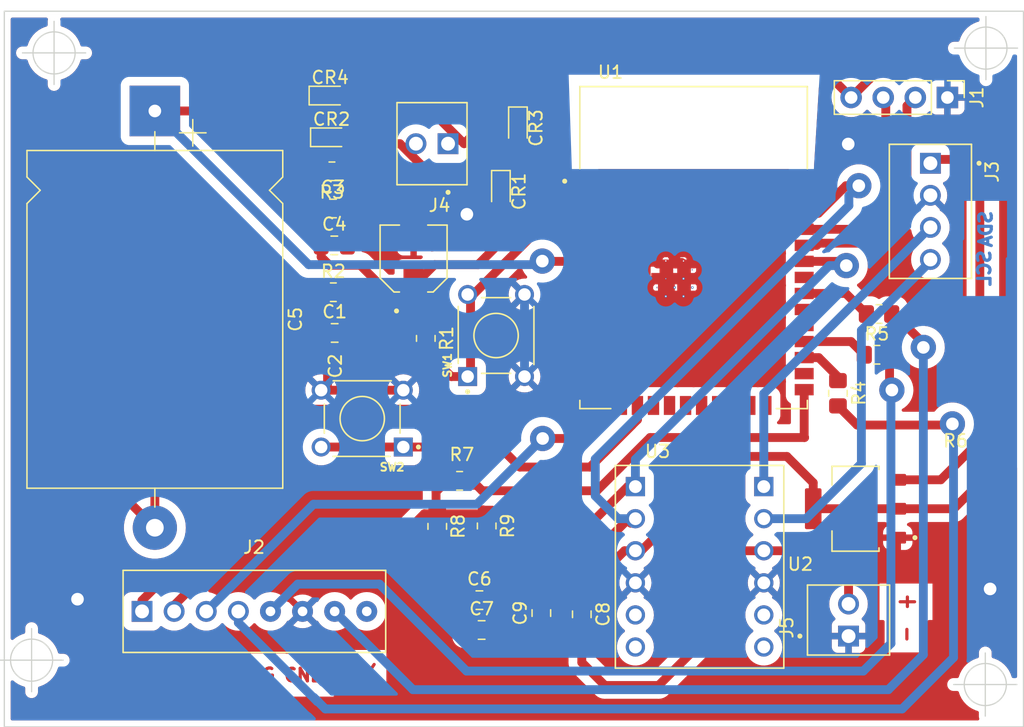
<source format=kicad_pcb>
(kicad_pcb (version 20211014) (generator pcbnew)
  (layers (0 "F.Cu" signal) (31 "B.Cu" signal) (34 "B.Paste" user) (35 "F.Paste" user) (36 "B.SilkS" user "B.Silkscreen") (37 "F.SilkS" user "F.Silkscreen") (38 "B.Mask" user) (39 "F.Mask" user) (44 "Edge.Cuts" user))
  (net 0 "")
  (net 1 "GND")
  (net 2 "Net-(C1-Pad2)")
  (net 3 "Net-(C5-Pad1)")
  (net 4 "Net-(C5-Pad2)")
  (net 5 "Net-(CR1-Pad1)")
  (net 6 "Net-(CR3-Pad1)")
  (net 7 "Net-(J1-Pad2)")
  (net 8 "Net-(J1-Pad3)")
  (net 9 "Net-(J2-Pad1)")
  (net 10 "Net-(J2-Pad2)")
  (net 11 "Net-(J2-Pad3)")
  (net 12 "Net-(J2-Pad4)")
  (net 13 "Net-(J2-Pad5)")
  (net 14 "Net-(J2-Pad7)")
  (net 16 "Net-(J3-Pad3)")
  (net 17 "Net-(J3-Pad4)")
  (net 18 "Net-(R8-Pad2)")
  (net 40 "+3V3")
  (net 41 "Net-(R7-Pad2)")
  (net 42 "Net-(R4-Pad1)")
  (net 43 "Net-(R5-Pad1)")
  (net 44 "Net-(R6-Pad1)")
  (net 45 "Net-(C8-Pad2)")
  (net 46 "Net-(R9-Pad2)")
  (net 51 "+5V")
  (footprint "Diode_SMD:D_0603_1608Metric_Pad1.05x0.95mm_HandSolder" (layer "F.Cu") (at 159.6898 43.4086 -90)
    (fp_text reference "CR1")
    (fp_text value "1N4148W-TP")
  )
  (footprint "libraries:TE_1546215-4" (layer "F.Cu") (at 193.675 44.9834 -90)
    (fp_text reference "J3")
    (fp_text value "282837-4")
  )
  (footprint "Resistor_SMD:R_0805_2012Metric_Pad1.20x1.40mm_HandSolder" (layer "F.Cu") (at 154.654 69.9262 -90)
    (fp_text reference "R8")
    (fp_text value "10k")
  )
  (footprint "Resistor_SMD:R_0805_2012Metric_Pad1.20x1.40mm_HandSolder" (layer "F.Cu") (at 158.5656 69.8914 -90)
    (fp_text reference "R9")
    (fp_text value "10k")
  )
  (footprint "libraries:SOT229P700X180-4N" (layer "F.Cu") (at 187.7476 68.5292 180)
    (fp_text reference "U2")
    (fp_text value "AMS1117")
  )
  (footprint "Resistor_SMD:R_0805_2012Metric_Pad1.20x1.40mm_HandSolder" (layer "F.Cu") (at 189.611 53.1114)
    (fp_text reference "R6")
    (fp_text value "82")
  )
  (footprint "Capacitor_SMD:C_0805_2012Metric_Pad1.18x1.45mm_HandSolder" (layer "F.Cu") (at 162.8902 76.7881 90)
    (fp_text reference "C9")
    (fp_text value "4.7u")
  )
  (footprint "libraries:CAP_EEE0JA101WR" (layer "F.Cu") (at 152.781 48.7172 90)
    (fp_text reference "C2")
    (fp_text value "220u")
  )
  (footprint "Capacitor_THT:CP_Axial_L26.5mm_D20.0mm_P33.00mm_Horizontal" (layer "F.Cu") (at 132.3086 37.0332 -90)
    (fp_text reference "C5")
    (fp_text value "1000µ")
  )
  (footprint "libraries:TE_1546215-2" (layer "F.Cu") (at 154.2385 39.624 180)
    (fp_text reference "J4")
    (fp_text value "282841-2")
  )
  (footprint "Diode_SMD:D_0603_1608Metric_Pad1.05x0.95mm_HandSolder" (layer "F.Cu") (at 146.177 35.814)
    (fp_text reference "CR4")
    (fp_text value "1N4148W-TP")
  )
  (footprint "BOB-12009:CONV_BOB-12009" (layer "F.Cu") (at 175.4124 73.1266)
    (fp_text reference "U3")
    (fp_text value "BOB-12009")
  )
  (footprint "Capacitor_SMD:C_0805_2012Metric_Pad1.18x1.45mm_HandSolder" (layer "F.Cu") (at 146.4056 44.7548)
    (fp_text reference "C3")
    (fp_text value "22u")
  )
  (footprint "libraries:TE_1546215-2" (layer "F.Cu") (at 187.198 77.343 90)
    (fp_text reference "J5")
    (fp_text value "282841-2")
  )
  (footprint "Capacitor_SMD:C_0805_2012Metric_Pad1.18x1.45mm_HandSolder" (layer "F.Cu") (at 146.5365 54.61)
    (fp_text reference "C1")
    (fp_text value "1u")
  )
  (footprint "Capacitor_SMD:C_0805_2012Metric_Pad1.18x1.45mm_HandSolder" (layer "F.Cu") (at 158.1658 78.1304)
    (fp_text reference "C7")
    (fp_text value "4.7u")
  )
  (footprint "Capacitor_SMD:C_0805_2012Metric_Pad1.18x1.45mm_HandSolder" (layer "F.Cu") (at 166.0906 76.8858 -90)
    (fp_text reference "C8")
    (fp_text value "0.1u")
  )
  (footprint "Resistor_SMD:R_0805_2012Metric_Pad1.20x1.40mm_HandSolder" (layer "F.Cu") (at 153.7462 55.0418 -90)
    (fp_text reference "R1")
    (fp_text value "10k")
  )
  (footprint "Resistor_SMD:R_0805_2012Metric_Pad1.20x1.40mm_HandSolder" (layer "F.Cu") (at 156.4226 66.3194)
    (fp_text reference "R7")
    (fp_text value "10k")
  )
  (footprint "Capacitor_SMD:C_0805_2012Metric_Pad1.18x1.45mm_HandSolder" (layer "F.Cu") (at 146.5072 47.6758)
    (fp_text reference "C4")
    (fp_text value "0.1u")
  )
  (footprint "Resistor_SMD:R_0805_2012Metric_Pad1.20x1.40mm_HandSolder" (layer "F.Cu") (at 189.4426 56.3372)
    (fp_text reference "R5")
    (fp_text value "82")
  )
  (footprint "Resistor_SMD:R_0805_2012Metric_Pad1.20x1.40mm_HandSolder" (layer "F.Cu") (at 146.32 41.8084 180)
    (fp_text reference "R3")
    (fp_text value "120")
  )
  (footprint "Diode_SMD:D_0603_1608Metric_Pad1.05x0.95mm_HandSolder" (layer "F.Cu") (at 161.036 38.3794 -90)
    (fp_text reference "CR3")
    (fp_text value "1N4148W-TP")
  )
  (footprint "libraries:SW_1825910-6-4" (layer "F.Cu") (at 148.717 61.3918 180)
    (fp_text reference "SW2")
    (fp_text value "BOOT")
  )
  (footprint "libraries:XCVR_ESP32-WROOM-32E_(16MB)" (layer "F.Cu") (at 174.9375 47.85125)
    (fp_text reference "U1")
    (fp_text value "ESP32-WROOM-32E_(16MB)")
  )
  (footprint "Resistor_SMD:R_0805_2012Metric_Pad1.20x1.40mm_HandSolder" (layer "F.Cu") (at 186.3598 59.3852 -90)
    (fp_text reference "R4")
    (fp_text value "82")
  )
  (footprint "Resistor_SMD:R_0805_2012Metric_Pad1.20x1.40mm_HandSolder" (layer "F.Cu") (at 146.431 51.3842)
    (fp_text reference "R2")
    (fp_text value "560")
  )
  (footprint "Diode_SMD:D_0603_1608Metric_Pad1.05x0.95mm_HandSolder" (layer "F.Cu") (at 146.29 39.116)
    (fp_text reference "CR2")
    (fp_text value "1N4148W-TP")
  )
  (footprint "Capacitor_SMD:C_0805_2012Metric_Pad1.18x1.45mm_HandSolder" (layer "F.Cu") (at 157.988 75.7682)
    (fp_text reference "C6")
    (fp_text value "0.1u")
  )
  (footprint "libraries:TE_1546215-8" (layer "F.Cu") (at 140.1572 76.6572)
    (fp_text reference "J2")
    (fp_text value "R pinnen RGB strips")
  )
  (footprint "Connector_PinHeader_2.54mm:PinHeader_1x04_P2.54mm_Vertical" (layer "F.Cu") (at 195.0212 35.9664 -90)
    (fp_text reference "J1")
    (fp_text value "Conn_01x04_Female")
  )
  (footprint "libraries:SW_1825910-6-4" (layer "F.Cu") (at 159.3088 54.8132 90)
    (fp_text reference "SW1")
    (fp_text value "ENABLE")
  )
  (gr_rect (start 120.396 29.1338) (end 201.041 85.8012) (layer "Edge.Cuts") (width 0.1) (fill none))
  (gr_text "dynamo" (at 154.051 33.4518) (layer "F.Cu") (effects (font (size 1 1) (thickness 0.25))))
  (gr_text "GND\n" (at 144.0942 81.7118) (layer "F.Cu") (effects (font (size 1 1) (thickness 0.25))))
  (gr_text "B" (at 138.938 81.6864) (layer "F.Cu") (effects (font (size 1 1) (thickness 0.25))))
  (gr_text "Bicycle\n" (at 129.7178 82.7786) (layer "F.Cu") (effects (font (size 1.5 1.5) (thickness 0.3))))
  (gr_text "R" (at 146.8628 81.6102) (layer "F.Cu") (effects (font (size 1 1) (thickness 0.25))))
  (gr_text "+\n\n" (at 126.0602 37.9476 90) (layer "F.Cu") (effects (font (size 1.5 1.5) (thickness 0.3))))
  (gr_text "G" (at 141.3002 81.6864) (layer "F.Cu") (effects (font (size 1 1) (thickness 0.25))))
  (gr_text "-\n" (at 125.7554 69.215 90) (layer "F.Cu") (effects (font (size 1.5 1.5) (thickness 0.3))))
  (gr_text "X" (at 149.3266 81.407) (layer "F.Cu") (effects (font (size 1 1) (thickness 0.25)) (justify mirror)))
  (gr_text "-\n" (at 191.7446 78.4606 90) (layer "F.Cu") (effects (font (size 1 1) (thickness 0.25))))
  (gr_text "+" (at 191.7446 75.8952 90) (layer "F.Cu") (effects (font (size 1.5 1) (thickness 0.25))))
  (gr_text "SCL\n" (at 197.9422 49.4792 90) (layer "B.Cu") (effects (font (size 1 1) (thickness 0.25)) (justify mirror)))
  (gr_text "SDA" (at 198.0438 46.3804 90) (layer "B.Cu") (effects (font (size 1 1) (thickness 0.25)) (justify mirror)))
  (target plus (at 198.0692 32.0548) (size 5) (width 0.1) (layer "Edge.Cuts"))
  (target plus (at 124.333 32.4358) (size 5) (width 0.1) (layer "Edge.Cuts"))
  (target plus (at 122.555 80.518) (size 5) (width 0.1) (layer "Edge.Cuts"))
  (target plus (at 198.0184 82.4484) (size 5) (width 0.1) (layer "Edge.Cuts"))
  (segment (start 173.480261 48.261739) (end 172.468463 48.261739) (width 0.7) (layer "F.Cu") (net 1))
  (segment (start 171.387989 51.280287) (end 171.387989 50.742213) (width 0.7) (layer "F.Cu") (net 1))
  (segment (start 172.847 52.451) (end 172.847 50.927) (width 0.7) (layer "F.Cu") (net 1))
  (segment (start 171.387989 50.742213) (end 171.186979 50.541203) (width 0.7) (layer "F.Cu") (net 1))
  (segment (start 174.8375 51.71125) (end 174.8375 52.000509) (width 0.7) (layer "F.Cu") (net 1))
  (segment (start 174.387009 52.451) (end 173.887991 52.451) (width 0.7) (layer "F.Cu") (net 1))
  (segment (start 171.387989 50.8) (end 171.387989 50.742213) (width 0.7) (layer "F.Cu") (net 1))
  (segment (start 172.0375 47.292702) (end 167.336048 42.59125) (width 0.7) (layer "F.Cu") (net 1))
  (segment (start 171.186979 50.541203) (end 171.186979 49.258952) (width 0.7) (layer "F.Cu") (net 1))
  (segment (start 174.787011 48.895) (end 174.787012 48.895) (width 0.7) (layer "F.Cu") (net 1))
  (segment (start 173.4375 48.692702) (end 173.4375 48.760729) (width 0.7) (layer "F.Cu") (net 1))
  (segment (start 174.371 50.8) (end 174.371 49.276) (width 0.7) (layer "F.Cu") (net 1))
  (segment (start 169.2225 60.35125) (end 169.2225 54.52625) (width 0.7) (layer "F.Cu") (net 1))
  (segment (start 175.537011 51.300998) (end 175.126759 51.71125) (width 0.7) (layer "F.Cu") (net 1))
  (segment (start 175.487011 49.880287) (end 175.056048 50.31125) (width 0.7) (layer "F.Cu") (net 1))
  (segment (start 171.186979 49.258952) (end 171.685202 48.760729) (width 0.7) (layer "F.Cu") (net 1))
  (segment (start 175.537011 50.721502) (end 175.537011 51.300998) (width 0.7) (layer "F.Cu") (net 1))
  (segment (start 172.974 52.324) (end 172.974 50.8) (width 0.7) (layer "F.Cu") (net 1))
  (segment (start 172.468463 48.261739) (end 172.0375 48.692702) (width 0.7) (layer "F.Cu") (net 1))
  (segment (start 172.0375 48.692702) (end 172.0375 47.292702) (width 0.7) (layer "F.Cu") (net 1))
  (segment (start 172.0375 52.2765) (end 172.0375 51.71125) (width 0.7) (layer "F.Cu") (net 1))
  (segment (start 174.371 52.197) (end 174.371 50.673) (width 0.7) (layer "F.Cu") (net 1))
  (segment (start 174.8375 48.91125) (end 174.8375 48.692702) (width 0.7) (layer "F.Cu") (net 1))
  (segment (start 173.482 49.149) (end 175.006 49.149) (width 0.7) (layer "F.Cu") (net 1))
  (segment (start 171.676817 50.453385) (end 171.387989 50.8) (width 0.7) (layer "F.Cu") (net 1))
  (segment (start 171.818952 51.71125) (end 171.387989 51.280287) (width 0.7) (layer "F.Cu") (net 1))
  (segment (start 172.0375 51.71125) (end 171.818952 51.71125) (width 0.7) (layer "F.Cu") (net 1))
  (segment (start 169.2225 54.52625) (end 172.0375 51.71125) (width 0.7) (layer "F.Cu") (net 1))
  (segment (start 172.085 49.149) (end 173.609 49.149) (width 0.7) (layer "F.Cu") (net 1))
  (segment (start 145.975 55.086) (end 145.499 54.61) (width 0.7) (layer "F.Cu") (net 1))
  (segment (start 172.171761 52.410761) (end 172.0375 52.2765) (width 0.7) (layer "F.Cu") (net 1))
  (segment (start 175.341006 48.341006) (end 181.090761 42.59125) (width 0.7) (layer "F.Cu") (net 1))
  (segment (start 174.787012 48.895) (end 175.341006 48.341006) (width 0.7) (layer "F.Cu") (net 1))
  (segment (start 145.467 59.1418) (end 151.967 59.1418) (width 0.7) (layer "F.Cu") (net 1))
  (segment (start 145.467 59.1418) (end 145.975 58.6338) (width 0.7) (layer "F.Cu") (net 1))
  (segment (start 174.406537 48.261739) (end 173.480261 48.261739) (width 0.7) (layer "F.Cu") (net 1))
  (segment (start 172.466 52.324) (end 172.466 50.8) (width 0.7) (layer "F.Cu") (net 1))
  (segment (start 175.126759 50.31125) (end 175.537011 50.721502) (width 0.7) (layer "F.Cu") (net 1))
  (segment (start 145.975 58.6338) (end 145.975 55.086) (width 0.7) (layer "F.Cu") (net 1))
  (segment (start 175.126759 51.71125) (end 174.8375 51.71125) (width 0.7) (layer "F.Cu") (net 1))
  (segment (start 173.101 50.8) (end 173.101 52.324) (width 0.7) (layer "F.Cu") (net 1))
  (segment (start 174.8375 48.692702) (end 174.406537 48.261739) (width 0.7) (layer "F.Cu") (net 1))
  (segment (start 173.243399 48.498601) (end 173.4375 48.692702) (width 0.7) (layer "F.Cu") (net 1))
  (segment (start 147.32 47.0795) (end 147.5447 47.3042) (width 0.7) (layer "F.Cu") (net 1))
  (segment (start 173.027248 52.410761) (end 172.171761 52.410761) (width 0.7) (layer "F.Cu") (net 1))
  (segment (start 173.99 52.197) (end 173.99 50.673) (width 0.7) (layer "F.Cu") (net 1))
  (segment (start 173.4375 52.000509) (end 173.027248 52.410761) (width 0.7) (layer "F.Cu") (net 1))
  (segment (start 175.341006 48.341006) (end 175.487011 48.487011) (width 0.7) (layer "F.Cu") (net 1))
  (segment (start 173.480261 48.261739) (end 173.243399 48.498601) (width 0.7) (layer "F.Cu") (net 1))
  (segment (start 175.056048 50.31125) (end 174.8375 50.31125) (width 0.7) (layer "F.Cu") (net 1))
  (segment (start 173.99 50.546) (end 173.99 49.022) (width 0.7) (layer "F.Cu") (net 1))
  (segment (start 173.887991 52.451) (end 173.4375 52.000509) (width 0.7) (layer "F.Cu") (net 1))
  (segment (start 172.974 50.927) (end 172.974 49.403) (width 0.7) (layer "F.Cu") (net 1))
  (segment (start 174.8375 50.31125) (end 175.126759 50.31125) (width 0.7) (layer "F.Cu") (net 1))
  (segment (start 174.8375 52.000509) (end 174.387009 52.451) (width 0.7) (layer "F.Cu") (net 1))
  (segment (start 171.387989 50.742213) (end 171.676817 50.453385) (width 0.7) (layer "F.Cu") (net 1))
  (segment (start 173.4375 51.71125) (end 173.4375 52.000509) (width 0.7) (layer "F.Cu") (net 1))
  (segment (start 147.5447 47.3042) (end 147.5447 47.6758) (width 0.7) (layer "F.Cu") (net 1))
  (segment (start 181.090761 42.59125) (end 183.6875 42.59125) (width 0.7) (layer "F.Cu") (net 1))
  (segment (start 175.487011 48.487011) (end 175.487011 49.880287) (width 0.7) (layer "F.Cu") (net 1))
  (segment (start 167.336048 42.59125) (end 166.1875 42.59125) (width 0.7) (layer "F.Cu") (net 1))
  (segment (start 172.593 50.927) (end 172.593 49.403) (width 0.7) (layer "F.Cu") (net 1))
  (via (at 198.3994 74.8792) (size 2) (drill 1) (layers "F.Cu" "B.Cu") (net 1))
  (via (at 156.9974 45.212) (size 2) (drill 1) (layers "F.Cu" "B.Cu") (net 1))
  (via (at 187.1726 39.6494) (size 2) (drill 1) (layers "F.Cu" "B.Cu") (net 1))
  (via (at 126.1872 75.692) (size 2) (drill 1) (layers "F.Cu" "B.Cu") (net 1))
  (segment (start 161.5588 51.5632) (end 161.5588 58.0632) (width 0.7) (layer "B.Cu") (net 1))
  (segment (start 157.5042 51.5632) (end 163.93615 45.13125) (width 0.7) (layer "F.Cu") (net 2))
  (segment (start 148.6756 55.7116) (end 147.574 54.61) (width 0.7) (layer "F.Cu") (net 2))
  (segment (start 157.0588 58.0632) (end 157.2874 57.8346) (width 0.7) (layer "F.Cu") (net 2))
  (segment (start 163.93615 45.13125) (end 166.1875 45.13125) (width 0.7) (layer "F.Cu") (net 2))
  (segment (start 155.7676 58.0632) (end 153.7462 56.0418) (width 0.7) (layer "F.Cu") (net 2))
  (segment (start 157.2874 51.7918) (end 157.0588 51.5632) (width 0.7) (layer "F.Cu") (net 2))
  (segment (start 166.1875 45.13125) (end 165.058478 45.13125) (width 0.7) (layer "F.Cu") (net 2))
  (segment (start 157.0588 58.0632) (end 155.7676 58.0632) (width 0.7) (layer "F.Cu") (net 2))
  (segment (start 157.2874 57.8346) (end 157.2874 51.7918) (width 0.7) (layer "F.Cu") (net 2))
  (segment (start 157.0588 51.5632) (end 157.5042 51.5632) (width 0.7) (layer "F.Cu") (net 2))
  (segment (start 153.7462 56.0418) (end 153.416 55.7116) (width 0.7) (layer "F.Cu") (net 2))
  (segment (start 153.416 55.7116) (end 148.6756 55.7116) (width 0.7) (layer "F.Cu") (net 2))
  (segment (start 147.701 54.737) (end 147.574 54.61) (width 0.7) (layer "F.Cu") (net 2))
  (segment (start 162.98725 48.94125) (end 166.1875 48.94125) (width 0.7) (layer "F.Cu") (net 3))
  (segment (start 145.302 41.7904) (end 145.32 41.8084) (width 0.7) (layer "F.Cu") (net 3))
  (segment (start 145.302 35.814) (end 145.302 41.7904) (width 0.7) (layer "F.Cu") (net 3))
  (segment (start 145.2184 41.8084) (end 140.4432 37.0332) (width 0.7) (layer "F.Cu") (net 3))
  (segment (start 140.4432 37.0332) (end 132.3086 37.0332) (width 0.7) (layer "F.Cu") (net 3))
  (segment (start 162.9664 48.9204) (end 162.98725 48.94125) (width 0.7) (layer "F.Cu") (net 3))
  (segment (start 145.32 41.8084) (end 145.2184 41.8084) (width 0.7) (layer "F.Cu") (net 3))
  (via (at 162.9664 48.9204) (size 2) (drill 1) (layers "F.Cu" "B.Cu") (net 3))
  (segment (start 162.9664 48.9204) (end 162.687 49.1998) (width 0.7) (layer "B.Cu") (net 3))
  (segment (start 144.4752 49.1998) (end 132.3086 37.0332) (width 0.7) (layer "B.Cu") (net 3))
  (segment (start 162.687 49.1998) (end 144.4752 49.1998) (width 0.7) (layer "B.Cu") (net 3))
  (segment (start 161.036 39.2544) (end 161.7472 39.9656) (width 0.7) (layer "F.Cu") (net 4))
  (segment (start 160.51553 31.6738) (end 160.775765 31.934035) (width 0.7) (layer "F.Cu") (net 4))
  (segment (start 128.143 65.8676) (end 132.3086 70.0332) (width 0.7) (layer "F.Cu") (net 4))
  (segment (start 160.775765 31.934035) (end 160.54093 31.6992) (width 0.7) (layer "F.Cu") (net 4))
  (segment (start 160.775765 31.934035) (end 162.78608 33.94435) (width 0.7) (layer "F.Cu") (net 4))
  (segment (start 161.7472 39.9656) (end 161.7472 43.0784) (width 0.7) (layer "F.Cu") (net 4))
  (segment (start 132.3086 70.0332) (end 132.3086 64.5066) (width 0.7) (layer "F.Cu") (net 4))
  (segment (start 162.78608 33.94435) (end 162.78608 38.81372) (width 0.7) (layer "F.Cu") (net 4))
  (segment (start 162.78608 38.81372) (end 162.3454 39.2544) (width 0.7) (layer "F.Cu") (net 4))
  (segment (start 131.445 31.6992) (end 128.143 35.0012) (width 0.7) (layer "F.Cu") (net 4))
  (segment (start 161.7472 43.0784) (end 160.542 44.2836) (width 0.7) (layer "F.Cu") (net 4))
  (segment (start 160.54093 31.6992) (end 131.445 31.6992) (width 0.7) (layer "F.Cu") (net 4))
  (segment (start 132.3086 64.5066) (end 145.431 51.3842) (width 0.7) (layer "F.Cu") (net 4))
  (segment (start 162.3454 39.2544) (end 161.036 39.2544) (width 0.7) (layer "F.Cu") (net 4))
  (segment (start 128.143 35.0012) (end 128.143 65.8676) (width 0.7) (layer "F.Cu") (net 4))
  (segment (start 160.542 44.2836) (end 159.6898 44.2836) (width 0.7) (layer "F.Cu") (net 4))
  (segment (start 151.6985 39.624) (end 147.673 39.624) (width 0.7) (layer "F.Cu") (net 5))
  (segment (start 159.6898 42.5336) (end 159.653 42.5704) (width 0.7) (layer "F.Cu") (net 5))
  (segment (start 147.673 39.624) (end 147.165 39.116) (width 0.7) (layer "F.Cu") (net 5))
  (segment (start 159.653 42.5704) (end 154.6449 42.5704) (width 0.7) (layer "F.Cu") (net 5))
  (segment (start 154.6449 42.5704) (end 151.6985 39.624) (width 0.7) (layer "F.Cu") (net 5))
  (segment (start 152.9685 35.814) (end 147.052 35.814) (width 0.7) (layer "F.Cu") (net 6))
  (segment (start 158.8981 37.5044) (end 161.036 37.5044) (width 0.7) (layer "F.Cu") (net 6))
  (segment (start 156.7785 39.624) (end 152.9685 35.814) (width 0.7) (layer "F.Cu") (net 6))
  (segment (start 156.7785 39.624) (end 158.8981 37.5044) (width 0.7) (layer "F.Cu") (net 6))
  (segment (start 191.8208 45.0596) (end 189.357 47.5234) (width 0.7) (layer "F.Cu") (net 7))
  (segment (start 191.8208 36.6268) (end 191.8208 45.0596) (width 0.7) (layer "F.Cu") (net 7))
  (segment (start 190.3476 46.5328) (end 189.357 47.5234) (width 0.7) (layer "F.Cu") (net 7))
  (segment (start 189.33437 47.50077) (end 184.847341 47.50077) (width 0.7) (layer "F.Cu") (net 7))
  (segment (start 184.676861 47.67125) (end 183.6875 47.67125) (width 0.7) (layer "F.Cu") (net 7))
  (segment (start 189.357 47.5234) (end 189.33437 47.50077) (width 0.7) (layer "F.Cu") (net 7))
  (segment (start 192.4812 35.9664) (end 191.8208 36.6268) (width 0.7) (layer "F.Cu") (net 7))
  (segment (start 184.847341 47.50077) (end 184.676861 47.67125) (width 0.7) (layer "F.Cu") (net 7))
  (segment (start 189.9412 35.9664) (end 190.1444 36.1696) (width 0.7) (layer "F.Cu") (net 8))
  (segment (start 190.1444 44.1452) (end 187.88835 46.40125) (width 0.7) (layer "F.Cu") (net 8))
  (segment (start 190.1444 36.1696) (end 190.1444 44.1452) (width 0.7) (layer "F.Cu") (net 8))
  (segment (start 187.88835 46.40125) (end 183.6875 46.40125) (width 0.7) (layer "F.Cu") (net 8))
  (segment (start 131.2952 75.791) (end 131.2952 76.6572) (width 0.7) (layer "F.Cu") (net 9))
  (segment (start 143.89832 60.64788) (end 141.7066 62.8396) (width 0.7) (layer "F.Cu") (net 9))
  (segment (start 141.7066 62.8396) (end 141.7066 65.3796) (width 0.7) (layer "F.Cu") (net 9))
  (segment (start 164.58275 60.706) (end 162.946556 60.706) (width 0.7) (layer "F.Cu") (net 9))
  (segment (start 141.7066 65.3796) (end 131.2952 75.791) (width 0.7) (layer "F.Cu") (net 9))
  (segment (start 166.1875 59.10125) (end 164.58275 60.706) (width 0.7) (layer "F.Cu") (net 9))
  (segment (start 162.946556 60.706) (end 162.888436 60.64788) (width 0.7) (layer "F.Cu") (net 9))
  (segment (start 162.888436 60.64788) (end 143.89832 60.64788) (width 0.7) (layer "F.Cu") (net 9))
  (segment (start 170.050286 61.922486) (end 167.863861 64.108911) (width 0.7) (layer "F.Cu") (net 10))
  (segment (start 161.1884 65.2272) (end 166.745572 65.2272) (width 0.7) (layer "F.Cu") (net 10))
  (segment (start 143.002 67.0052) (end 143.002 63.4492) (width 0.7) (layer "F.Cu") (net 10))
  (segment (start 133.8352 76.6572) (end 133.8352 76.172) (width 0.7) (layer "F.Cu") (net 10))
  (segment (start 170.4925 61.480272) (end 170.050286 61.922486) (width 0.7) (layer "F.Cu") (net 10))
  (segment (start 157.7086 61.7474) (end 161.1884 65.2272) (width 0.7) (layer "F.Cu") (net 10))
  (segment (start 166.745572 65.2272) (end 170.050286 61.922486) (width 0.7) (layer "F.Cu") (net 10))
  (segment (start 155.6004 61.7474) (end 144.7038 61.7474) (width 0.7) (layer "F.Cu") (net 10))
  (segment (start 133.8352 76.172) (end 143.002 67.0052) (width 0.7) (layer "F.Cu") (net 10))
  (segment (start 170.4925 60.35125) (end 170.4925 61.480272) (width 0.7) (layer "F.Cu") (net 10))
  (segment (start 143.002 63.4492) (end 144.7038 61.7474) (width 0.7) (layer "F.Cu") (net 10))
  (segment (start 155.6004 61.7474) (end 157.7086 61.7474) (width 0.7) (layer "F.Cu") (net 10))
  (segment (start 164.973 62.9666) (end 167.7924 60.1472) (width 0.7) (layer "F.Cu") (net 11))
  (segment (start 167.7924 60.1472) (end 167.7924 58.28615) (width 0.7) (layer "F.Cu") (net 11))
  (segment (start 162.9918 62.9666) (end 164.973 62.9666) (width 0.7) (layer "F.Cu") (net 11))
  (segment (start 167.7924 58.28615) (end 167.3375 57.83125) (width 0.7) (layer "F.Cu") (net 11))
  (segment (start 167.3375 57.83125) (end 166.1875 57.83125) (width 0.7) (layer "F.Cu") (net 11))
  (via (at 162.9918 62.9666) (size 2) (drill 1) (layers "F.Cu" "B.Cu") (net 11))
  (segment (start 157.7848 68.1736) (end 144.8588 68.1736) (width 0.7) (layer "B.Cu") (net 11))
  (segment (start 162.9918 62.9666) (end 157.7848 68.1736) (width 0.7) (layer "B.Cu") (net 11))
  (segment (start 144.8588 68.1736) (end 136.3752 76.6572) (width 0.7) (layer "B.Cu") (net 11))
  (segment (start 195.326 61.8998) (end 195.4149 61.8109) (width 0.7) (layer "F.Cu") (net 12))
  (segment (start 192.8622 61.8998) (end 193.4718 61.8998) (width 0.7) (layer "F.Cu") (net 12))
  (segment (start 187.8744 61.8998) (end 192.8622 61.8998) (width 0.7) (layer "F.Cu") (net 12))
  (segment (start 186.3598 60.3852) (end 187.8744 61.8998) (width 0.7) (layer "F.Cu") (net 12))
  (segment (start 192.8622 61.8998) (end 195.326 61.8998) (width 0.7) (layer "F.Cu") (net 12))
  (via (at 195.4149 61.8109) (size 2) (drill 1) (layers "F.Cu" "B.Cu") (net 12))
  (segment (start 145.1597 83.7933) (end 138.9152 77.5488) (width 0.7) (layer "B.Cu") (net 12))
  (segment (start 195.4149 61.8109) (end 195.5038 61.8998) (width 0.7) (layer "B.Cu") (net 12))
  (segment (start 145.2131 83.7933) (end 145.1597 83.7933) (width 0.7) (layer "B.Cu") (net 12))
  (segment (start 195.5038 80.3148) (end 191.4398 84.3788) (width 0.7) (layer "B.Cu") (net 12))
  (segment (start 195.5038 61.8998) (end 195.5038 80.3148) (width 0.7) (layer "B.Cu") (net 12))
  (segment (start 145.7986 84.3788) (end 145.2131 83.7933) (width 0.7) (layer "B.Cu") (net 12))
  (segment (start 138.9152 77.5488) (end 138.9152 76.6572) (width 0.7) (layer "B.Cu") (net 12))
  (segment (start 145.2131 83.7933) (end 144.8842 83.4644) (width 0.7) (layer "B.Cu") (net 12))
  (segment (start 195.3514 61.7474) (end 195.4149 61.8109) (width 0.7) (layer "B.Cu") (net 12))
  (segment (start 191.4398 84.3788) (end 145.7986 84.3788) (width 0.7) (layer "B.Cu") (net 12))
  (segment (start 190.4426 58.9468) (end 190.4426 56.3372) (width 0.7) (layer "F.Cu") (net 13))
  (segment (start 190.627 59.1312) (end 190.4426 58.9468) (width 0.7) (layer "F.Cu") (net 13))
  (via (at 190.627 59.1312) (size 2) (drill 1) (layers "F.Cu" "B.Cu") (net 13))
  (segment (start 156.972 81.3816) (end 150.0886 74.4982) (width 0.7) (layer "B.Cu") (net 13))
  (segment (start 190.5508 79.1972) (end 188.3664 81.3816) (width 0.7) (layer "B.Cu") (net 13))
  (segment (start 190.627 59.1312) (end 190.5508 59.2074) (width 0.7) (layer "B.Cu") (net 13))
  (segment (start 143.6142 74.4982) (end 141.4552 76.6572) (width 0.7) (layer "B.Cu") (net 13))
  (segment (start 190.5508 59.2074) (end 190.5508 79.1972) (width 0.7) (layer "B.Cu") (net 13))
  (segment (start 188.3664 81.3816) (end 156.972 81.3816) (width 0.7) (layer "B.Cu") (net 13))
  (segment (start 150.0886 74.4982) (end 143.6142 74.4982) (width 0.7) (layer "B.Cu") (net 13))
  (segment (start 193.1162 55.4228) (end 190.8048 53.1114) (width 0.7) (layer "F.Cu") (net 14))
  (segment (start 193.1162 55.753) (end 193.1162 55.4228) (width 0.7) (layer "F.Cu") (net 14))
  (segment (start 190.8048 53.1114) (end 190.611 53.1114) (width 0.7) (layer "F.Cu") (net 14))
  (via (at 193.1162 55.753) (size 2) (drill 1) (layers "F.Cu" "B.Cu") (net 14))
  (segment (start 152.7328 82.8548) (end 146.5352 76.6572) (width 0.7) (layer "B.Cu") (net 14))
  (segment (start 193.1162 80.0862) (end 190.3476 82.8548) (width 0.7) (layer "B.Cu") (net 14))
  (segment (start 190.3476 82.8548) (end 152.7328 82.8548) (width 0.7) (layer "B.Cu") (net 14))
  (segment (start 193.1162 55.753) (end 193.1162 80.0862) (width 0.7) (layer "B.Cu") (net 14))
  (segment (start 193.675 46.2534) (end 193.6496 46.2534) (width 0.7) (layer "B.Cu") (net 16))
  (segment (start 180.4924 59.4106) (end 180.4924 66.7766) (width 0.7) (layer "B.Cu") (net 16))
  (segment (start 193.6496 46.2534) (end 180.4924 59.4106) (width 0.7) (layer "B.Cu") (net 16))
  (segment (start 188.214 54.4068) (end 188.214 64.9478) (width 0.7) (layer "B.Cu") (net 17))
  (segment (start 183.8452 69.3166) (end 180.4924 69.3166) (width 0.7) (layer "B.Cu") (net 17))
  (segment (start 193.675 48.7934) (end 193.675 48.9458) (width 0.7) (layer "B.Cu") (net 17))
  (segment (start 188.214 64.9478) (end 183.8452 69.3166) (width 0.7) (layer "B.Cu") (net 17))
  (segment (start 193.675 48.9458) (end 188.214 54.4068) (width 0.7) (layer "B.Cu") (net 17))
  (segment (start 155.96872 72.24092) (end 154.654 70.9262) (width 0.7) (layer "F.Cu") (net 18))
  (segment (start 169.97108 69.67792) (end 170.3324 69.3166) (width 0.7) (layer "F.Cu") (net 18))
  (segment (start 188.0108 42.9514) (end 186.9948 42.9514) (width 0.7) (layer "F.Cu") (net 18))
  (segment (start 170.3324 69.3166) (end 169.799 69.3166) (width 0.7) (layer "F.Cu") (net 18))
  (segment (start 184.81495 45.13125) (end 183.6875 45.13125) (width 0.7) (layer "F.Cu") (net 18))
  (segment (start 156.06092 72.24092) (end 156.5402 72.7202) (width 0.7) (layer "F.Cu") (net 18))
  (segment (start 186.9948 42.9514) (end 184.81495 45.13125) (width 0.7) (layer "F.Cu") (net 18))
  (segment (start 169.799 69.3166) (end 166.87468 72.24092) (width 0.7) (layer "F.Cu") (net 18))
  (segment (start 155.96872 72.24092) (end 156.06092 72.24092) (width 0.7) (layer "F.Cu") (net 18))
  (via (at 188.0108 42.9514) (size 2) (drill 1) (layers "F.Cu" "B.Cu") (net 18))
  (segment (start 188.0108 42.9514) (end 187.2234 43.7388) (width 0.7) (layer "B.Cu") (net 18))
  (segment (start 167.1574 67.5132) (end 168.9608 69.3166) (width 0.7) (layer "B.Cu") (net 18))
  (segment (start 167.1574 64.5922) (end 167.1574 67.5132) (width 0.7) (layer "B.Cu") (net 18))
  (segment (start 168.9608 69.3166) (end 170.3324 69.3166) (width 0.7) (layer "B.Cu") (net 18))
  (segment (start 187.2234 43.7388) (end 187.2234 44.5262) (width 0.7) (layer "B.Cu") (net 18))
  (segment (start 187.2234 44.5262) (end 167.1574 64.5922) (width 0.7) (layer "B.Cu") (net 18))
  (segment (start 164.1856 34.3408) (end 164.1856 43.288372) (width 0.7) (layer "F.Cu") (net 40))
  (segment (start 189.8396 33.528) (end 195.834 33.528) (width 0.7) (layer "F.Cu") (net 40))
  (segment (start 156.9505 74.8753) (end 157.8864 73.9394) (width 0.7) (layer "F.Cu") (net 40))
  (segment (start 163.22495 43.86125) (end 157.8864 49.1998) (width 0.7) (layer "F.Cu") (net 40))
  (segment (start 145.4095 44.7962) (end 145.4095 47.6156) (width 0.7) (layer "F.Cu") (net 40))
  (segment (start 191.0926 68.5292) (end 184.4026 68.5292) (width 0.7) (layer "F.Cu") (net 40))
  (segment (start 153.7462 54.0418) (end 153.4762 53.7718) (width 0.7) (layer "F.Cu") (net 40))
  (segment (start 148.5646 49.2506) (end 150.359 51.045) (width 0.7) (layer "F.Cu") (net 40))
  (segment (start 158.5308 68.9262) (end 158.5656 68.8914) (width 0.7) (layer "F.Cu") (net 40))
  (segment (start 197.855011 35.549011) (end 197.931211 35.549011) (width 0.7) (layer "F.Cu") (net 40))
  (segment (start 184.4026 66.4704) (end 182.3212 64.389) (width 0.7) (layer "F.Cu") (net 40))
  (segment (start 145.4697 48.5941) (end 146.1262 49.2506) (width 0.7) (layer "F.Cu") (net 40))
  (segment (start 158.2862 68.612) (end 158.5656 68.8914) (width 0.7) (layer "F.Cu") (net 40))
  (segment (start 154.654 68.9262) (end 153.6286 68.9262) (width 0.7) (layer "F.Cu") (net 40))
  (segment (start 195.834 33.528) (end 197.855011 35.549011) (width 0.7) (layer "F.Cu") (net 40))
  (segment (start 145.4697 47.6758) (end 145.4697 48.5941) (width 0.7) (layer "F.Cu") (net 40))
  (segment (start 199.4662 37.084) (end 199.4662 37.4142) (width 0.7) (layer "F.Cu") (net 40))
  (segment (start 166.1875 43.86125) (end 163.22495 43.86125) (width 0.7) (layer "F.Cu") (net 40))
  (segment (start 154.4484 49.1998) (end 152.781 50.8672) (width 0.7) (layer "F.Cu") (net 40))
  (segment (start 199.4662 37.4142) (end 199.4662 64.5922) (width 0.7) (layer "F.Cu") (net 40))
  (segment (start 152.6032 51.045) (end 152.781 50.8672) (width 0.7) (layer "F.Cu") (net 40))
  (segment (start 178.2572 64.389) (end 170.7896 71.8566) (width 0.7) (layer "F.Cu") (net 40))
  (segment (start 154.559 67.183) (end 154.559 68.8312) (width 0.7) (layer "F.Cu") (net 40))
  (segment (start 182.3212 64.389) (end 178.2572 64.389) (width 0.7) (layer "F.Cu") (net 40))
  (segment (start 154.559 68.8312) (end 154.654 68.9262) (width 0.7) (layer "F.Cu") (net 40))
  (segment (start 145.3681 44.7548) (end 145.4095 44.7962) (width 0.7) (layer "F.Cu") (net 40))
  (segment (start 199.4662 64.5922) (end 195.5292 68.5292) (width 0.7) (layer "F.Cu") (net 40))
  (segment (start 167.386 73.9394) (end 169.4688 71.8566) (width 0.7) (layer "F.Cu") (net 40))
  (segment (start 170.7896 71.8566) (end 170.3324 71.8566) (width 0.7) (layer "F.Cu") (net 40))
  (segment (start 187.4012 35.9664) (end 188.850711 34.516889) (width 0.7) (layer "F.Cu") (net 40))
  (segment (start 154.654 68.9262) (end 158.5308 68.9262) (width 0.7) (layer "F.Cu") (net 40))
  (segment (start 155.4226 75.7682) (end 156.9505 75.7682) (width 0.7) (layer "F.Cu") (net 40))
  (segment (start 152.781 53.0766) (end 153.7462 54.0418) (width 0.7) (layer "F.Cu") (net 40))
  (segment (start 184.3786 32.9438) (end 187.4012 35.9664) (width 0.7) (layer "F.Cu") (net 40))
  (segment (start 153.6286 68.9262) (end 152.146 70.4088) (width 0.7) (layer "F.Cu") (net 40))
  (segment (start 165.5826 32.9438) (end 164.1856 34.3408) (width 0.7) (layer "F.Cu") (net 40))
  (segment (start 164.1856 43.288372) (end 164.758478 43.86125) (width 0.7) (layer "F.Cu") (net 40))
  (segment (start 169.4688 71.8566) (end 170.3324 71.8566) (width 0.7) (layer "F.Cu") (net 40))
  (segment (start 146.1262 49.2506) (end 148.5646 49.2506) (width 0.7) (layer "F.Cu") (net 40))
  (segment (start 157.8864 49.1998) (end 154.4484 49.1998) (width 0.7) (layer "F.Cu") (net 40))
  (segment (start 156.9505 77.9526) (end 157.1283 78.1304) (width 0.7) (layer "F.Cu") (net 40))
  (segment (start 184.4026 68.5292) (end 184.4026 66.4704) (width 0.7) (layer "F.Cu") (net 40))
  (segment (start 155.4226 66.3194) (end 154.559 67.183) (width 0.7) (layer "F.Cu") (net 40))
  (segment (start 152.146 70.4088) (end 152.146 72.4916) (width 0.7) (layer "F.Cu") (net 40))
  (segment (start 156.9505 75.7682) (end 156.9505 77.9526) (width 0.7) (layer "F.Cu") (net 40))
  (segment (start 150.359 51.045) (end 152.6032 51.045) (width 0.7) (layer "F.Cu") (net 40))
  (segment (start 145.4095 47.6156) (end 145.4697 47.6758) (width 0.7) (layer "F.Cu") (net 40))
  (segment (start 165.5826 32.9438) (end 184.3786 32.9438) (width 0.7) (layer "F.Cu") (net 40))
  (segment (start 197.931211 35.549011) (end 199.4662 37.084) (width 0.7) (layer "F.Cu") (net 40))
  (segment (start 152.146 72.4916) (end 155.4226 75.7682) (width 0.7) (layer "F.Cu") (net 40))
  (segment (start 188.850711 34.516889) (end 189.8396 33.528) (width 0.7) (layer "F.Cu") (net 40))
  (segment (start 195.5292 68.5292) (end 191.0926 68.5292) (width 0.7) (layer "F.Cu") (net 40))
  (segment (start 164.758478 43.86125) (end 166.1875 43.86125) (width 0.7) (layer "F.Cu") (net 40))
  (segment (start 188.850711 34.516889) (end 189.000711 34.366889) (width 0.7) (layer "F.Cu") (net 40))
  (segment (start 157.8864 73.9394) (end 167.386 73.9394) (width 0.7) (layer "F.Cu") (net 40))
  (segment (start 152.781 50.8672) (end 152.781 53.0766) (width 0.7) (layer "F.Cu") (net 40))
  (segment (start 156.9505 75.7682) (end 156.9505 74.8753) (width 0.7) (layer "F.Cu") (net 40))
  (segment (start 167.279178 67.1068) (end 158.21 67.1068) (width 0.7) (layer "F.Cu") (net 41))
  (segment (start 183.6875 59.10125) (end 183.6875 62.8597) (width 0.7) (layer "F.Cu") (net 41))
  (segment (start 183.7182 62.8904) (end 171.495578 62.8904) (width 0.7) (layer "F.Cu") (net 41))
  (segment (start 158.21 67.1068) (end 157.4226 66.3194) (width 0.7) (layer "F.Cu") (net 41))
  (segment (start 156.1232 63.6418) (end 151.967 63.6418) (width 0.7) (layer "F.Cu") (net 41))
  (segment (start 171.495578 62.8904) (end 169.107098 65.27888) (width 0.7) (layer "F.Cu") (net 41))
  (segment (start 183.6875 62.8597) (end 183.7182 62.8904) (width 0.7) (layer "F.Cu") (net 41))
  (segment (start 157.4226 64.9412) (end 156.1232 63.6418) (width 0.7) (layer "F.Cu") (net 41))
  (segment (start 157.4226 66.3194) (end 157.4226 64.9412) (width 0.7) (layer "F.Cu") (net 41))
  (segment (start 169.107098 65.27888) (end 167.279178 67.1068) (width 0.7) (layer "F.Cu") (net 41))
  (segment (start 151.967 63.6418) (end 145.467 63.6418) (width 0.7) (layer "F.Cu") (net 41))
  (segment (start 151.8908 63.5656) (end 151.967 63.6418) (width 0.7) (layer "B.Cu") (net 41))
  (segment (start 184.8375 56.56125) (end 186.3598 58.08355) (width 0.7) (layer "F.Cu") (net 42))
  (segment (start 183.6875 56.56125) (end 184.8375 56.56125) (width 0.7) (layer "F.Cu") (net 42))
  (segment (start 186.3598 58.08355) (end 186.3598 58.3852) (width 0.7) (layer "F.Cu") (net 42))
  (segment (start 187.39665 55.29125) (end 183.6875 55.29125) (width 0.7) (layer "F.Cu") (net 43))
  (segment (start 188.4426 56.3372) (end 187.39665 55.29125) (width 0.7) (layer "F.Cu") (net 43))
  (segment (start 183.6875 51.48125) (end 186.98085 51.48125) (width 0.7) (layer "F.Cu") (net 44))
  (segment (start 186.98085 51.48125) (end 188.611 53.1114) (width 0.7) (layer "F.Cu") (net 44))
  (segment (start 187.198 73.9648) (end 185.0898 71.8566) (width 0.7) (layer "F.Cu") (net 45))
  (segment (start 167.9194 82.5246) (end 172.1612 82.5246) (width 0.7) (layer "F.Cu") (net 45))
  (segment (start 185.0898 71.8566) (end 180.4924 71.8566) (width 0.7) (layer "F.Cu") (net 45))
  (segment (start 166.0906 77.9233) (end 166.0906 80.6958) (width 0.7) (layer "F.Cu") (net 45))
  (segment (start 175.7172 74.1172) (end 177.9778 71.8566) (width 0.7) (layer "F.Cu") (net 45))
  (segment (start 162.9879 77.9233) (end 162.8902 77.8256) (width 0.7) (layer "F.Cu") (net 45))
  (segment (start 166.0906 77.9233) (end 162.9879 77.9233) (width 0.7) (layer "F.Cu") (net 45))
  (segment (start 166.0906 80.6958) (end 167.9194 82.5246) (width 0.7) (layer "F.Cu") (net 45))
  (segment (start 177.9778 71.8566) (end 180.4924 71.8566) (width 0.7) (layer "F.Cu") (net 45))
  (segment (start 175.7172 78.9686) (end 175.7172 74.1172) (width 0.7) (layer "F.Cu") (net 45))
  (segment (start 187.198 76.073) (end 187.198 73.9648) (width 0.7) (layer "F.Cu") (net 45))
  (segment (start 172.1612 82.5246) (end 175.7172 78.9686) (width 0.7) (layer "F.Cu") (net 45))
  (segment (start 158.8958 70.5612) (end 158.5656 70.8914) (width 0.7) (layer "F.Cu") (net 46))
  (segment (start 169.7228 66.7766) (end 165.9382 70.5612) (width 0.7) (layer "F.Cu") (net 46))
  (segment (start 170.3324 66.7766) (end 169.7228 66.7766) (width 0.7) (layer "F.Cu") (net 46))
  (segment (start 183.6875 48.94125) (end 186.68545 48.94125) (width 0.7) (layer "F.Cu") (net 46))
  (segment (start 165.9382 70.5612) (end 158.8958 70.5612) (width 0.7) (layer "F.Cu") (net 46))
  (segment (start 186.68545 48.94125) (end 187.0202 49.276) (width 0.7) (layer "F.Cu") (net 46))
  (via (at 187.0202 49.276) (size 2) (drill 1) (layers "F.Cu" "B.Cu") (net 46))
  (segment (start 170.3324 64.6176) (end 170.3324 66.7766) (width 0.7) (layer "B.Cu") (net 46))
  (segment (start 185.674 49.276) (end 170.3324 64.6176) (width 0.7) (layer "B.Cu") (net 46))
  (segment (start 187.0202 49.276) (end 185.674 49.276) (width 0.7) (layer "B.Cu") (net 46))
  (segment (start 197.5866 63.1444) (end 194.4918 66.2392) (width 0.7) (layer "F.Cu") (net 51))
  (segment (start 193.675 41.1734) (end 193.9798 40.8686) (width 0.7) (layer "F.Cu") (net 51))
  (segment (start 194.4918 66.2392) (end 191.0926 66.2392) (width 0.7) (layer "F.Cu") (net 51))
  (segment (start 197.5866 43.1292) (end 197.5866 63.1444) (width 0.7) (layer "F.Cu") (net 51))
  (segment (start 193.9798 40.8686) (end 195.326 40.8686) (width 0.7) (layer "F.Cu") (net 51))
  (segment (start 195.326 40.8686) (end 197.5866 43.1292) (width 0.7) (layer "F.Cu") (net 51))
  (zone (net 1) (net_name "GND") (layers F&B.Cu) (connect_pads (clearance 0.508)) (min_thickness 0.254) (fill yes (thermal_gap 0.508) (thermal_bridge_width 0.508))
    (polygon (pts (xy 200.88355 29.427367) (xy 200.880495 85.624315) (xy 120.641798 85.370267) (xy 120.517853 29.173319)))
    (polygon (pts (xy 165.0492 34.163) (xy 165.3032 41.6306) (xy 184.4548 41.6306) (xy 184.912 34.163)))
  )
)
</source>
